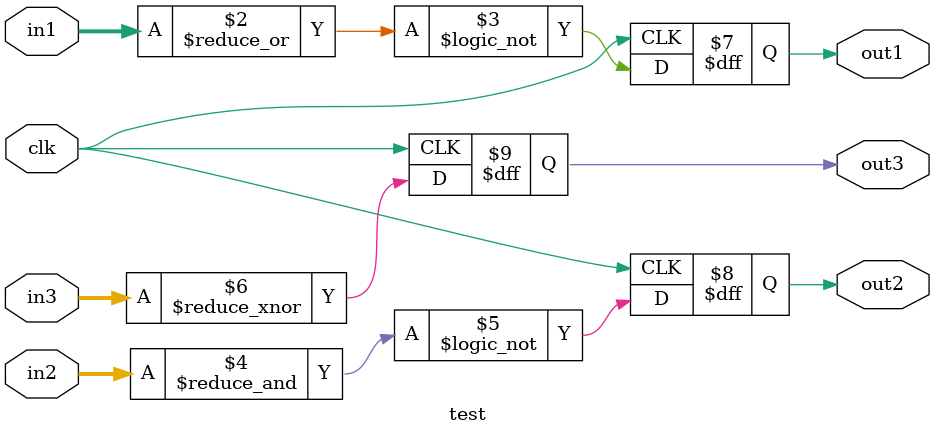
<source format=v>
module test(input [3:0] in1, in2, in3, input clk, output reg out1, out2, out3);

always @(posedge clk) begin
	out1 <= ~|in1;
	out2 <= ~&in2;
	out3 <= ~^in3;
end

endmodule

</source>
